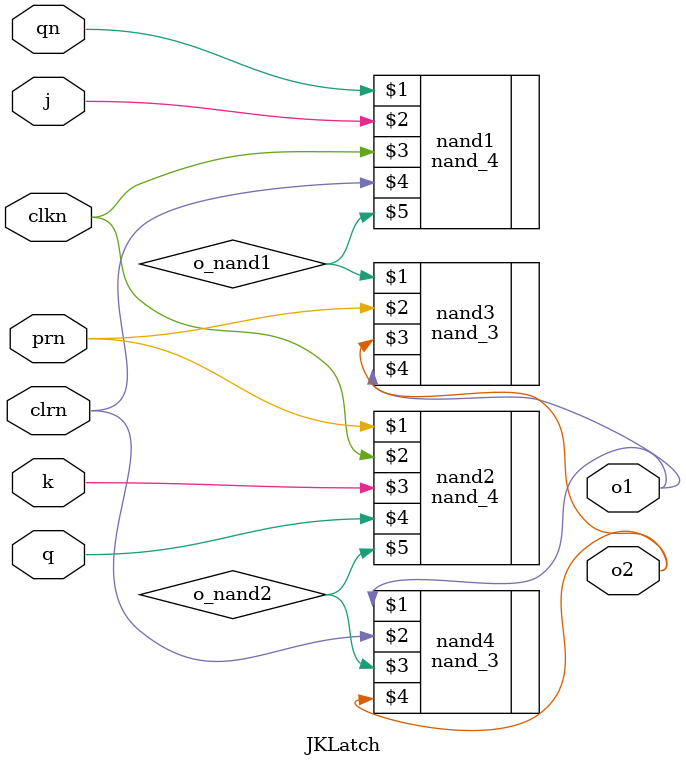
<source format=v>
`include "nand.v"
`include "DLatch.v"
module JKFF(  input prn,
              input j,
              input k,
              input clk,
              input clrn,
              output q,
              output qn);
    wire o1, o2;
    JKLatch jkl(prn, j, k, ~clk, clrn, q, qn, o1, o2);
    DLatch dl(o1, clrn, clk, o2, prn, q, qn);
endmodule

module JKLatch(    input prn,
                   input j,
                   input k,
                   input clkn,
                   input clrn,
                   input q,
                   input qn,
                   output o1,
                   output o2);
    wire o_nand1, o_nand2;
    nand_4 nand1(qn, j, clkn, clrn, o_nand1);
    nand_4 nand2(prn, clkn, k, q, o_nand2);
    nand_3 nand3(o_nand1, prn, o2, o1);
    nand_3 nand4(o1, clrn, o_nand2, o2);
endmodule

</source>
